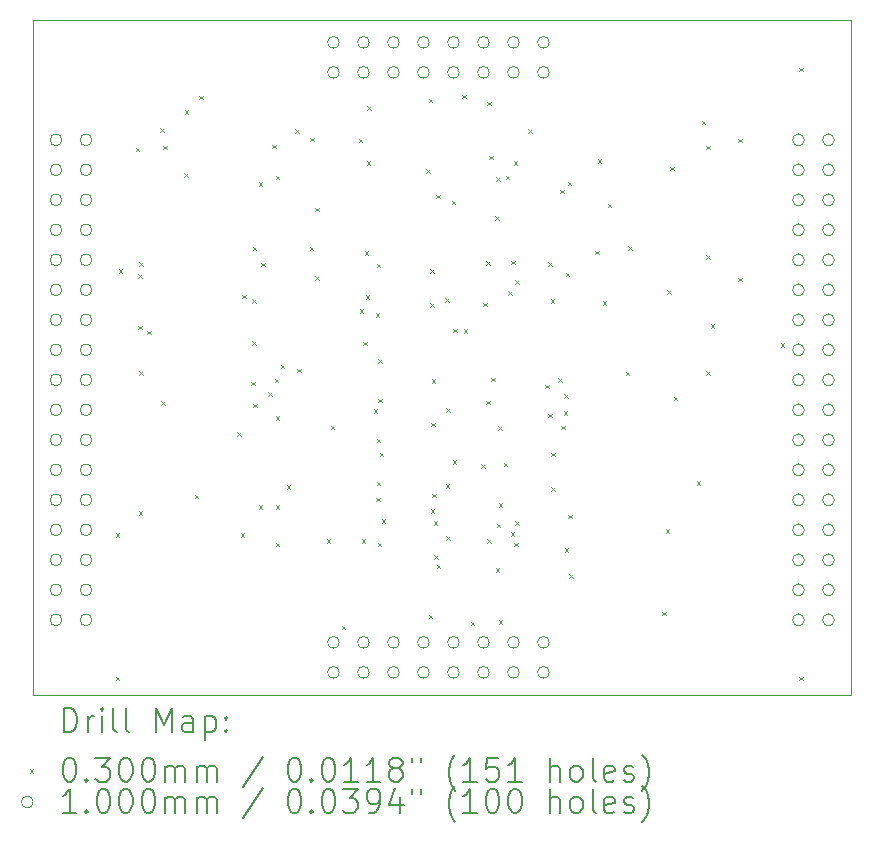
<source format=gbr>
%TF.GenerationSoftware,KiCad,Pcbnew,9.0.2*%
%TF.CreationDate,2025-05-17T19:37:23+02:00*%
%TF.ProjectId,ALU,414c552e-6b69-4636-9164-5f7063625858,rev?*%
%TF.SameCoordinates,Original*%
%TF.FileFunction,Drillmap*%
%TF.FilePolarity,Positive*%
%FSLAX45Y45*%
G04 Gerber Fmt 4.5, Leading zero omitted, Abs format (unit mm)*
G04 Created by KiCad (PCBNEW 9.0.2) date 2025-05-17 19:37:23*
%MOMM*%
%LPD*%
G01*
G04 APERTURE LIST*
%ADD10C,0.050000*%
%ADD11C,0.200000*%
%ADD12C,0.100000*%
G04 APERTURE END LIST*
D10*
X8255000Y-3873500D02*
X15176500Y-3873500D01*
X15176500Y-9588500D01*
X8255000Y-9588500D01*
X8255000Y-3873500D01*
D11*
D12*
X8953080Y-8221620D02*
X8983080Y-8251620D01*
X8983080Y-8221620D02*
X8953080Y-8251620D01*
X8953080Y-9434620D02*
X8983080Y-9464620D01*
X8983080Y-9434620D02*
X8953080Y-9464620D01*
X8976130Y-5985860D02*
X9006130Y-6015860D01*
X9006130Y-5985860D02*
X8976130Y-6015860D01*
X9121810Y-4957870D02*
X9151810Y-4987870D01*
X9151810Y-4957870D02*
X9121810Y-4987870D01*
X9141680Y-6027260D02*
X9171680Y-6057260D01*
X9171680Y-6027260D02*
X9141680Y-6057260D01*
X9142050Y-6463180D02*
X9172050Y-6493180D01*
X9172050Y-6463180D02*
X9142050Y-6493180D01*
X9144950Y-8032580D02*
X9174950Y-8062580D01*
X9174950Y-8032580D02*
X9144950Y-8062580D01*
X9151530Y-6848600D02*
X9181530Y-6878600D01*
X9181530Y-6848600D02*
X9151530Y-6878600D01*
X9151660Y-5926730D02*
X9181660Y-5956730D01*
X9181660Y-5926730D02*
X9151660Y-5956730D01*
X9216400Y-6507120D02*
X9246400Y-6537120D01*
X9246400Y-6507120D02*
X9216400Y-6537120D01*
X9326210Y-4790990D02*
X9356210Y-4820990D01*
X9356210Y-4790990D02*
X9326210Y-4820990D01*
X9335390Y-7102020D02*
X9365390Y-7132020D01*
X9365390Y-7102020D02*
X9335390Y-7132020D01*
X9354500Y-4938000D02*
X9384500Y-4968000D01*
X9384500Y-4938000D02*
X9354500Y-4968000D01*
X9531540Y-5172670D02*
X9561540Y-5202670D01*
X9561540Y-5172670D02*
X9531540Y-5202670D01*
X9535510Y-4640900D02*
X9565510Y-4670900D01*
X9565510Y-4640900D02*
X9535510Y-4670900D01*
X9620600Y-7893880D02*
X9650600Y-7923880D01*
X9650600Y-7893880D02*
X9620600Y-7923880D01*
X9657230Y-4514640D02*
X9687230Y-4544640D01*
X9687230Y-4514640D02*
X9657230Y-4544640D01*
X9979490Y-7366230D02*
X10009490Y-7396230D01*
X10009490Y-7366230D02*
X9979490Y-7396230D01*
X10010090Y-8218530D02*
X10040090Y-8248530D01*
X10040090Y-8218530D02*
X10010090Y-8248530D01*
X10021580Y-6202460D02*
X10051580Y-6232460D01*
X10051580Y-6202460D02*
X10021580Y-6232460D01*
X10096870Y-6937600D02*
X10126870Y-6967600D01*
X10126870Y-6937600D02*
X10096870Y-6967600D01*
X10107540Y-6596230D02*
X10137540Y-6626230D01*
X10137540Y-6596230D02*
X10107540Y-6626230D01*
X10107780Y-6238920D02*
X10137780Y-6268920D01*
X10137780Y-6238920D02*
X10107780Y-6268920D01*
X10110280Y-5794030D02*
X10140280Y-5824030D01*
X10140280Y-5794030D02*
X10110280Y-5824030D01*
X10115260Y-7124640D02*
X10145260Y-7154640D01*
X10145260Y-7124640D02*
X10115260Y-7154640D01*
X10160550Y-5247710D02*
X10190550Y-5277710D01*
X10190550Y-5247710D02*
X10160550Y-5277710D01*
X10162570Y-7984280D02*
X10192570Y-8014280D01*
X10192570Y-7984280D02*
X10162570Y-8014280D01*
X10182080Y-5928280D02*
X10212080Y-5958280D01*
X10212080Y-5928280D02*
X10182080Y-5958280D01*
X10244930Y-7027300D02*
X10274930Y-7057300D01*
X10274930Y-7027300D02*
X10244930Y-7057300D01*
X10275330Y-4930900D02*
X10305330Y-4960900D01*
X10305330Y-4930900D02*
X10275330Y-4960900D01*
X10297320Y-6912320D02*
X10327320Y-6942320D01*
X10327320Y-6912320D02*
X10297320Y-6942320D01*
X10306040Y-5195000D02*
X10336040Y-5225000D01*
X10336040Y-5195000D02*
X10306040Y-5225000D01*
X10306040Y-7229080D02*
X10336040Y-7259080D01*
X10336040Y-7229080D02*
X10306040Y-7259080D01*
X10306040Y-7985080D02*
X10336040Y-8015080D01*
X10336040Y-7985080D02*
X10306040Y-8015080D01*
X10306040Y-8298590D02*
X10336040Y-8328590D01*
X10336040Y-8298590D02*
X10306040Y-8328590D01*
X10350030Y-6791900D02*
X10380030Y-6821900D01*
X10380030Y-6791900D02*
X10350030Y-6821900D01*
X10399350Y-7815560D02*
X10429350Y-7845560D01*
X10429350Y-7815560D02*
X10399350Y-7845560D01*
X10470700Y-4799350D02*
X10500700Y-4829350D01*
X10500700Y-4799350D02*
X10470700Y-4829350D01*
X10489620Y-6828890D02*
X10519620Y-6858890D01*
X10519620Y-6828890D02*
X10489620Y-6858890D01*
X10593470Y-5794840D02*
X10623470Y-5824840D01*
X10623470Y-5794840D02*
X10593470Y-5824840D01*
X10595950Y-4872320D02*
X10625950Y-4902320D01*
X10625950Y-4872320D02*
X10595950Y-4902320D01*
X10639000Y-5464970D02*
X10669000Y-5494970D01*
X10669000Y-5464970D02*
X10639000Y-5494970D01*
X10640080Y-6044440D02*
X10670080Y-6074440D01*
X10670080Y-6044440D02*
X10640080Y-6074440D01*
X10738060Y-8270020D02*
X10768060Y-8300020D01*
X10768060Y-8270020D02*
X10738060Y-8300020D01*
X10771660Y-7311730D02*
X10801660Y-7341730D01*
X10801660Y-7311730D02*
X10771660Y-7341730D01*
X10864330Y-9001480D02*
X10894330Y-9031480D01*
X10894330Y-9001480D02*
X10864330Y-9031480D01*
X11010730Y-4879050D02*
X11040730Y-4909050D01*
X11040730Y-4879050D02*
X11010730Y-4909050D01*
X11016250Y-6325680D02*
X11046250Y-6355680D01*
X11046250Y-6325680D02*
X11016250Y-6355680D01*
X11035420Y-8270290D02*
X11065420Y-8300290D01*
X11065420Y-8270290D02*
X11035420Y-8300290D01*
X11047020Y-6598980D02*
X11077020Y-6628980D01*
X11077020Y-6598980D02*
X11047020Y-6628980D01*
X11061600Y-5830290D02*
X11091600Y-5860290D01*
X11091600Y-5830290D02*
X11061600Y-5860290D01*
X11067800Y-6205750D02*
X11097800Y-6235750D01*
X11097800Y-6205750D02*
X11067800Y-6235750D01*
X11076010Y-5071770D02*
X11106010Y-5101770D01*
X11106010Y-5071770D02*
X11076010Y-5101770D01*
X11082910Y-4603110D02*
X11112910Y-4633110D01*
X11112910Y-4603110D02*
X11082910Y-4633110D01*
X11137420Y-7168810D02*
X11167420Y-7198810D01*
X11167420Y-7168810D02*
X11137420Y-7198810D01*
X11151640Y-6355370D02*
X11181640Y-6385370D01*
X11181640Y-6355370D02*
X11151640Y-6385370D01*
X11155200Y-7919130D02*
X11185200Y-7949130D01*
X11185200Y-7919130D02*
X11155200Y-7949130D01*
X11159980Y-5939170D02*
X11189980Y-5969170D01*
X11189980Y-5939170D02*
X11159980Y-5969170D01*
X11162370Y-7782130D02*
X11192370Y-7812130D01*
X11192370Y-7782130D02*
X11162370Y-7812130D01*
X11162530Y-7419940D02*
X11192530Y-7449940D01*
X11192530Y-7419940D02*
X11162530Y-7449940D01*
X11171390Y-8300030D02*
X11201390Y-8330030D01*
X11201390Y-8300030D02*
X11171390Y-8330030D01*
X11172570Y-6748620D02*
X11202570Y-6778620D01*
X11202570Y-6748620D02*
X11172570Y-6778620D01*
X11172580Y-7079850D02*
X11202580Y-7109850D01*
X11202580Y-7079850D02*
X11172580Y-7109850D01*
X11185050Y-7540290D02*
X11215050Y-7570290D01*
X11215050Y-7540290D02*
X11185050Y-7570290D01*
X11205410Y-8100950D02*
X11235410Y-8130950D01*
X11235410Y-8100950D02*
X11205410Y-8130950D01*
X11582250Y-5137790D02*
X11612250Y-5167790D01*
X11612250Y-5137790D02*
X11582250Y-5167790D01*
X11599620Y-8910000D02*
X11629620Y-8940000D01*
X11629620Y-8910000D02*
X11599620Y-8940000D01*
X11603250Y-4542240D02*
X11633250Y-4572240D01*
X11633250Y-4542240D02*
X11603250Y-4572240D01*
X11616420Y-5983220D02*
X11646420Y-6013220D01*
X11646420Y-5983220D02*
X11616420Y-6013220D01*
X11616420Y-6270710D02*
X11646420Y-6300710D01*
X11646420Y-6270710D02*
X11616420Y-6300710D01*
X11619580Y-8015500D02*
X11649580Y-8045500D01*
X11649580Y-8015500D02*
X11619580Y-8045500D01*
X11621800Y-7284200D02*
X11651800Y-7314200D01*
X11651800Y-7284200D02*
X11621800Y-7314200D01*
X11627030Y-6917960D02*
X11657030Y-6947960D01*
X11657030Y-6917960D02*
X11627030Y-6947960D01*
X11633390Y-7885500D02*
X11663390Y-7915500D01*
X11663390Y-7885500D02*
X11633390Y-7915500D01*
X11645120Y-8120530D02*
X11675120Y-8150530D01*
X11675120Y-8120530D02*
X11645120Y-8150530D01*
X11648740Y-8404540D02*
X11678740Y-8434540D01*
X11678740Y-8404540D02*
X11648740Y-8434540D01*
X11665010Y-5354330D02*
X11695010Y-5384330D01*
X11695010Y-5354330D02*
X11665010Y-5384330D01*
X11669000Y-8487140D02*
X11699000Y-8517140D01*
X11699000Y-8487140D02*
X11669000Y-8517140D01*
X11743400Y-6231460D02*
X11773400Y-6261460D01*
X11773400Y-6231460D02*
X11743400Y-6261460D01*
X11747280Y-7806200D02*
X11777280Y-7836200D01*
X11777280Y-7806200D02*
X11747280Y-7836200D01*
X11748970Y-7162000D02*
X11778970Y-7192000D01*
X11778970Y-7162000D02*
X11748970Y-7192000D01*
X11750900Y-8243860D02*
X11780900Y-8273860D01*
X11780900Y-8243860D02*
X11750900Y-8273860D01*
X11796040Y-5404860D02*
X11826040Y-5434860D01*
X11826040Y-5404860D02*
X11796040Y-5434860D01*
X11803670Y-7601800D02*
X11833670Y-7631800D01*
X11833670Y-7601800D02*
X11803670Y-7631800D01*
X11807170Y-6487040D02*
X11837170Y-6517040D01*
X11837170Y-6487040D02*
X11807170Y-6517040D01*
X11885490Y-4506140D02*
X11915490Y-4536140D01*
X11915490Y-4506140D02*
X11885490Y-4536140D01*
X11897430Y-6493680D02*
X11927430Y-6523680D01*
X11927430Y-6493680D02*
X11897430Y-6523680D01*
X11957530Y-8969700D02*
X11987530Y-8999700D01*
X11987530Y-8969700D02*
X11957530Y-8999700D01*
X12043990Y-7635030D02*
X12073990Y-7665030D01*
X12073990Y-7635030D02*
X12043990Y-7665030D01*
X12063360Y-6268920D02*
X12093360Y-6298920D01*
X12093360Y-6268920D02*
X12063360Y-6298920D01*
X12086190Y-7099280D02*
X12116190Y-7129280D01*
X12116190Y-7099280D02*
X12086190Y-7129280D01*
X12090620Y-5917580D02*
X12120620Y-5947580D01*
X12120620Y-5917580D02*
X12090620Y-5947580D01*
X12095310Y-4565370D02*
X12125310Y-4595370D01*
X12125310Y-4565370D02*
X12095310Y-4595370D01*
X12095390Y-8273020D02*
X12125390Y-8303020D01*
X12125390Y-8273020D02*
X12095390Y-8303020D01*
X12112110Y-5024590D02*
X12142110Y-5054590D01*
X12142110Y-5024590D02*
X12112110Y-5054590D01*
X12130630Y-6902150D02*
X12160630Y-6932150D01*
X12160630Y-6902150D02*
X12130630Y-6932150D01*
X12163800Y-5535440D02*
X12193800Y-5565440D01*
X12193800Y-5535440D02*
X12163800Y-5565440D01*
X12167210Y-8514180D02*
X12197210Y-8544180D01*
X12197210Y-8514180D02*
X12167210Y-8544180D01*
X12172100Y-5207260D02*
X12202100Y-5237260D01*
X12202100Y-5207260D02*
X12172100Y-5237260D01*
X12177540Y-8140480D02*
X12207540Y-8170480D01*
X12207540Y-8140480D02*
X12177540Y-8170480D01*
X12187710Y-7312690D02*
X12217710Y-7342690D01*
X12217710Y-7312690D02*
X12187710Y-7342690D01*
X12193410Y-7963810D02*
X12223410Y-7993810D01*
X12223410Y-7963810D02*
X12193410Y-7993810D01*
X12195740Y-8957790D02*
X12225740Y-8987790D01*
X12225740Y-8957790D02*
X12195740Y-8987790D01*
X12234770Y-7623940D02*
X12264770Y-7653940D01*
X12264770Y-7623940D02*
X12234770Y-7653940D01*
X12252280Y-5191590D02*
X12282280Y-5221590D01*
X12282280Y-5191590D02*
X12252280Y-5221590D01*
X12274370Y-6171750D02*
X12304370Y-6201750D01*
X12304370Y-6171750D02*
X12274370Y-6201750D01*
X12297600Y-8211010D02*
X12327600Y-8241010D01*
X12327600Y-8211010D02*
X12297600Y-8241010D01*
X12301860Y-5914340D02*
X12331860Y-5944340D01*
X12331860Y-5914340D02*
X12301860Y-5944340D01*
X12322350Y-5069740D02*
X12352350Y-5099740D01*
X12352350Y-5069740D02*
X12322350Y-5099740D01*
X12325980Y-8302270D02*
X12355980Y-8332270D01*
X12355980Y-8302270D02*
X12325980Y-8332270D01*
X12334500Y-6076060D02*
X12364500Y-6106060D01*
X12364500Y-6076060D02*
X12334500Y-6106060D01*
X12335820Y-8119400D02*
X12365820Y-8149400D01*
X12365820Y-8119400D02*
X12335820Y-8149400D01*
X12443550Y-4799050D02*
X12473550Y-4829050D01*
X12473550Y-4799050D02*
X12443550Y-4829050D01*
X12588720Y-6961520D02*
X12618720Y-6991520D01*
X12618720Y-6961520D02*
X12588720Y-6991520D01*
X12613250Y-7208950D02*
X12643250Y-7238950D01*
X12643250Y-7208950D02*
X12613250Y-7238950D01*
X12614850Y-5925430D02*
X12644850Y-5955430D01*
X12644850Y-5925430D02*
X12614850Y-5955430D01*
X12635760Y-6236670D02*
X12665760Y-6266670D01*
X12665760Y-6236670D02*
X12635760Y-6266670D01*
X12637780Y-7537280D02*
X12667780Y-7567280D01*
X12667780Y-7537280D02*
X12637780Y-7567280D01*
X12638090Y-7829170D02*
X12668090Y-7859170D01*
X12668090Y-7829170D02*
X12638090Y-7859170D01*
X12696680Y-6907680D02*
X12726680Y-6937680D01*
X12726680Y-6907680D02*
X12696680Y-6937680D01*
X12713070Y-5310500D02*
X12743070Y-5340500D01*
X12743070Y-5310500D02*
X12713070Y-5340500D01*
X12723530Y-7311590D02*
X12753530Y-7341590D01*
X12753530Y-7311590D02*
X12723530Y-7341590D01*
X12743690Y-7189390D02*
X12773690Y-7219390D01*
X12773690Y-7189390D02*
X12743690Y-7219390D01*
X12749110Y-7044870D02*
X12779110Y-7074870D01*
X12779110Y-7044870D02*
X12749110Y-7074870D01*
X12754850Y-8345740D02*
X12784850Y-8375740D01*
X12784850Y-8345740D02*
X12754850Y-8375740D01*
X12761020Y-6016000D02*
X12791020Y-6046000D01*
X12791020Y-6016000D02*
X12761020Y-6046000D01*
X12780220Y-5242160D02*
X12810220Y-5272160D01*
X12810220Y-5242160D02*
X12780220Y-5272160D01*
X12781550Y-8064750D02*
X12811550Y-8094750D01*
X12811550Y-8064750D02*
X12781550Y-8094750D01*
X12792400Y-8568650D02*
X12822400Y-8598650D01*
X12822400Y-8568650D02*
X12792400Y-8598650D01*
X13010710Y-5828590D02*
X13040710Y-5858590D01*
X13040710Y-5828590D02*
X13010710Y-5858590D01*
X13033230Y-5053490D02*
X13063230Y-5083490D01*
X13063230Y-5053490D02*
X13033230Y-5083490D01*
X13074330Y-6254070D02*
X13104330Y-6284070D01*
X13104330Y-6254070D02*
X13074330Y-6284070D01*
X13115620Y-5428630D02*
X13145620Y-5458630D01*
X13145620Y-5428630D02*
X13115620Y-5458630D01*
X13269370Y-6854390D02*
X13299370Y-6884390D01*
X13299370Y-6854390D02*
X13269370Y-6884390D01*
X13291530Y-5790180D02*
X13321530Y-5820180D01*
X13321530Y-5790180D02*
X13291530Y-5820180D01*
X13580760Y-8886120D02*
X13610760Y-8916120D01*
X13610760Y-8886120D02*
X13580760Y-8916120D01*
X13609570Y-8184300D02*
X13639570Y-8214300D01*
X13639570Y-8184300D02*
X13609570Y-8214300D01*
X13618580Y-6164440D02*
X13648580Y-6194440D01*
X13648580Y-6164440D02*
X13618580Y-6194440D01*
X13645570Y-5116280D02*
X13675570Y-5146280D01*
X13675570Y-5116280D02*
X13645570Y-5146280D01*
X13677160Y-7064240D02*
X13707160Y-7094240D01*
X13707160Y-7064240D02*
X13677160Y-7094240D01*
X13870020Y-7779740D02*
X13900020Y-7809740D01*
X13900020Y-7779740D02*
X13870020Y-7809740D01*
X13914000Y-4729040D02*
X13944000Y-4759040D01*
X13944000Y-4729040D02*
X13914000Y-4759040D01*
X13948820Y-4938000D02*
X13978820Y-4968000D01*
X13978820Y-4938000D02*
X13948820Y-4968000D01*
X13948820Y-5868120D02*
X13978820Y-5898120D01*
X13978820Y-5868120D02*
X13948820Y-5898120D01*
X13950250Y-6849190D02*
X13980250Y-6879190D01*
X13980250Y-6849190D02*
X13950250Y-6879190D01*
X13987430Y-6448800D02*
X14017430Y-6478800D01*
X14017430Y-6448800D02*
X13987430Y-6478800D01*
X14220440Y-4878330D02*
X14250440Y-4908330D01*
X14250440Y-4878330D02*
X14220440Y-4908330D01*
X14220440Y-6055580D02*
X14250440Y-6085580D01*
X14250440Y-6055580D02*
X14220440Y-6085580D01*
X14580660Y-6609540D02*
X14610660Y-6639540D01*
X14610660Y-6609540D02*
X14580660Y-6639540D01*
X14737680Y-4278620D02*
X14767680Y-4308620D01*
X14767680Y-4278620D02*
X14737680Y-4308620D01*
X14737680Y-9434620D02*
X14767680Y-9464620D01*
X14767680Y-9434620D02*
X14737680Y-9464620D01*
X8495500Y-4889500D02*
G75*
G02*
X8395500Y-4889500I-50000J0D01*
G01*
X8395500Y-4889500D02*
G75*
G02*
X8495500Y-4889500I50000J0D01*
G01*
X8495500Y-5143500D02*
G75*
G02*
X8395500Y-5143500I-50000J0D01*
G01*
X8395500Y-5143500D02*
G75*
G02*
X8495500Y-5143500I50000J0D01*
G01*
X8495500Y-5397500D02*
G75*
G02*
X8395500Y-5397500I-50000J0D01*
G01*
X8395500Y-5397500D02*
G75*
G02*
X8495500Y-5397500I50000J0D01*
G01*
X8495500Y-5651500D02*
G75*
G02*
X8395500Y-5651500I-50000J0D01*
G01*
X8395500Y-5651500D02*
G75*
G02*
X8495500Y-5651500I50000J0D01*
G01*
X8495500Y-5905500D02*
G75*
G02*
X8395500Y-5905500I-50000J0D01*
G01*
X8395500Y-5905500D02*
G75*
G02*
X8495500Y-5905500I50000J0D01*
G01*
X8495500Y-6159500D02*
G75*
G02*
X8395500Y-6159500I-50000J0D01*
G01*
X8395500Y-6159500D02*
G75*
G02*
X8495500Y-6159500I50000J0D01*
G01*
X8495500Y-6413500D02*
G75*
G02*
X8395500Y-6413500I-50000J0D01*
G01*
X8395500Y-6413500D02*
G75*
G02*
X8495500Y-6413500I50000J0D01*
G01*
X8495500Y-6667500D02*
G75*
G02*
X8395500Y-6667500I-50000J0D01*
G01*
X8395500Y-6667500D02*
G75*
G02*
X8495500Y-6667500I50000J0D01*
G01*
X8495500Y-6921500D02*
G75*
G02*
X8395500Y-6921500I-50000J0D01*
G01*
X8395500Y-6921500D02*
G75*
G02*
X8495500Y-6921500I50000J0D01*
G01*
X8495500Y-7175500D02*
G75*
G02*
X8395500Y-7175500I-50000J0D01*
G01*
X8395500Y-7175500D02*
G75*
G02*
X8495500Y-7175500I50000J0D01*
G01*
X8495500Y-7429500D02*
G75*
G02*
X8395500Y-7429500I-50000J0D01*
G01*
X8395500Y-7429500D02*
G75*
G02*
X8495500Y-7429500I50000J0D01*
G01*
X8495500Y-7683500D02*
G75*
G02*
X8395500Y-7683500I-50000J0D01*
G01*
X8395500Y-7683500D02*
G75*
G02*
X8495500Y-7683500I50000J0D01*
G01*
X8495500Y-7937500D02*
G75*
G02*
X8395500Y-7937500I-50000J0D01*
G01*
X8395500Y-7937500D02*
G75*
G02*
X8495500Y-7937500I50000J0D01*
G01*
X8495500Y-8191500D02*
G75*
G02*
X8395500Y-8191500I-50000J0D01*
G01*
X8395500Y-8191500D02*
G75*
G02*
X8495500Y-8191500I50000J0D01*
G01*
X8495500Y-8445500D02*
G75*
G02*
X8395500Y-8445500I-50000J0D01*
G01*
X8395500Y-8445500D02*
G75*
G02*
X8495500Y-8445500I50000J0D01*
G01*
X8495500Y-8699500D02*
G75*
G02*
X8395500Y-8699500I-50000J0D01*
G01*
X8395500Y-8699500D02*
G75*
G02*
X8495500Y-8699500I50000J0D01*
G01*
X8495500Y-8953500D02*
G75*
G02*
X8395500Y-8953500I-50000J0D01*
G01*
X8395500Y-8953500D02*
G75*
G02*
X8495500Y-8953500I50000J0D01*
G01*
X8749500Y-4889500D02*
G75*
G02*
X8649500Y-4889500I-50000J0D01*
G01*
X8649500Y-4889500D02*
G75*
G02*
X8749500Y-4889500I50000J0D01*
G01*
X8749500Y-5143500D02*
G75*
G02*
X8649500Y-5143500I-50000J0D01*
G01*
X8649500Y-5143500D02*
G75*
G02*
X8749500Y-5143500I50000J0D01*
G01*
X8749500Y-5397500D02*
G75*
G02*
X8649500Y-5397500I-50000J0D01*
G01*
X8649500Y-5397500D02*
G75*
G02*
X8749500Y-5397500I50000J0D01*
G01*
X8749500Y-5651500D02*
G75*
G02*
X8649500Y-5651500I-50000J0D01*
G01*
X8649500Y-5651500D02*
G75*
G02*
X8749500Y-5651500I50000J0D01*
G01*
X8749500Y-5905500D02*
G75*
G02*
X8649500Y-5905500I-50000J0D01*
G01*
X8649500Y-5905500D02*
G75*
G02*
X8749500Y-5905500I50000J0D01*
G01*
X8749500Y-6159500D02*
G75*
G02*
X8649500Y-6159500I-50000J0D01*
G01*
X8649500Y-6159500D02*
G75*
G02*
X8749500Y-6159500I50000J0D01*
G01*
X8749500Y-6413500D02*
G75*
G02*
X8649500Y-6413500I-50000J0D01*
G01*
X8649500Y-6413500D02*
G75*
G02*
X8749500Y-6413500I50000J0D01*
G01*
X8749500Y-6667500D02*
G75*
G02*
X8649500Y-6667500I-50000J0D01*
G01*
X8649500Y-6667500D02*
G75*
G02*
X8749500Y-6667500I50000J0D01*
G01*
X8749500Y-6921500D02*
G75*
G02*
X8649500Y-6921500I-50000J0D01*
G01*
X8649500Y-6921500D02*
G75*
G02*
X8749500Y-6921500I50000J0D01*
G01*
X8749500Y-7175500D02*
G75*
G02*
X8649500Y-7175500I-50000J0D01*
G01*
X8649500Y-7175500D02*
G75*
G02*
X8749500Y-7175500I50000J0D01*
G01*
X8749500Y-7429500D02*
G75*
G02*
X8649500Y-7429500I-50000J0D01*
G01*
X8649500Y-7429500D02*
G75*
G02*
X8749500Y-7429500I50000J0D01*
G01*
X8749500Y-7683500D02*
G75*
G02*
X8649500Y-7683500I-50000J0D01*
G01*
X8649500Y-7683500D02*
G75*
G02*
X8749500Y-7683500I50000J0D01*
G01*
X8749500Y-7937500D02*
G75*
G02*
X8649500Y-7937500I-50000J0D01*
G01*
X8649500Y-7937500D02*
G75*
G02*
X8749500Y-7937500I50000J0D01*
G01*
X8749500Y-8191500D02*
G75*
G02*
X8649500Y-8191500I-50000J0D01*
G01*
X8649500Y-8191500D02*
G75*
G02*
X8749500Y-8191500I50000J0D01*
G01*
X8749500Y-8445500D02*
G75*
G02*
X8649500Y-8445500I-50000J0D01*
G01*
X8649500Y-8445500D02*
G75*
G02*
X8749500Y-8445500I50000J0D01*
G01*
X8749500Y-8699500D02*
G75*
G02*
X8649500Y-8699500I-50000J0D01*
G01*
X8649500Y-8699500D02*
G75*
G02*
X8749500Y-8699500I50000J0D01*
G01*
X8749500Y-8953500D02*
G75*
G02*
X8649500Y-8953500I-50000J0D01*
G01*
X8649500Y-8953500D02*
G75*
G02*
X8749500Y-8953500I50000J0D01*
G01*
X10845000Y-4064500D02*
G75*
G02*
X10745000Y-4064500I-50000J0D01*
G01*
X10745000Y-4064500D02*
G75*
G02*
X10845000Y-4064500I50000J0D01*
G01*
X10845000Y-4318500D02*
G75*
G02*
X10745000Y-4318500I-50000J0D01*
G01*
X10745000Y-4318500D02*
G75*
G02*
X10845000Y-4318500I50000J0D01*
G01*
X10845000Y-9144500D02*
G75*
G02*
X10745000Y-9144500I-50000J0D01*
G01*
X10745000Y-9144500D02*
G75*
G02*
X10845000Y-9144500I50000J0D01*
G01*
X10845000Y-9398500D02*
G75*
G02*
X10745000Y-9398500I-50000J0D01*
G01*
X10745000Y-9398500D02*
G75*
G02*
X10845000Y-9398500I50000J0D01*
G01*
X11099000Y-4064500D02*
G75*
G02*
X10999000Y-4064500I-50000J0D01*
G01*
X10999000Y-4064500D02*
G75*
G02*
X11099000Y-4064500I50000J0D01*
G01*
X11099000Y-4318500D02*
G75*
G02*
X10999000Y-4318500I-50000J0D01*
G01*
X10999000Y-4318500D02*
G75*
G02*
X11099000Y-4318500I50000J0D01*
G01*
X11099000Y-9144500D02*
G75*
G02*
X10999000Y-9144500I-50000J0D01*
G01*
X10999000Y-9144500D02*
G75*
G02*
X11099000Y-9144500I50000J0D01*
G01*
X11099000Y-9398500D02*
G75*
G02*
X10999000Y-9398500I-50000J0D01*
G01*
X10999000Y-9398500D02*
G75*
G02*
X11099000Y-9398500I50000J0D01*
G01*
X11353000Y-4064500D02*
G75*
G02*
X11253000Y-4064500I-50000J0D01*
G01*
X11253000Y-4064500D02*
G75*
G02*
X11353000Y-4064500I50000J0D01*
G01*
X11353000Y-4318500D02*
G75*
G02*
X11253000Y-4318500I-50000J0D01*
G01*
X11253000Y-4318500D02*
G75*
G02*
X11353000Y-4318500I50000J0D01*
G01*
X11353000Y-9144500D02*
G75*
G02*
X11253000Y-9144500I-50000J0D01*
G01*
X11253000Y-9144500D02*
G75*
G02*
X11353000Y-9144500I50000J0D01*
G01*
X11353000Y-9398500D02*
G75*
G02*
X11253000Y-9398500I-50000J0D01*
G01*
X11253000Y-9398500D02*
G75*
G02*
X11353000Y-9398500I50000J0D01*
G01*
X11607000Y-4064500D02*
G75*
G02*
X11507000Y-4064500I-50000J0D01*
G01*
X11507000Y-4064500D02*
G75*
G02*
X11607000Y-4064500I50000J0D01*
G01*
X11607000Y-4318500D02*
G75*
G02*
X11507000Y-4318500I-50000J0D01*
G01*
X11507000Y-4318500D02*
G75*
G02*
X11607000Y-4318500I50000J0D01*
G01*
X11607000Y-9144500D02*
G75*
G02*
X11507000Y-9144500I-50000J0D01*
G01*
X11507000Y-9144500D02*
G75*
G02*
X11607000Y-9144500I50000J0D01*
G01*
X11607000Y-9398500D02*
G75*
G02*
X11507000Y-9398500I-50000J0D01*
G01*
X11507000Y-9398500D02*
G75*
G02*
X11607000Y-9398500I50000J0D01*
G01*
X11861000Y-4064500D02*
G75*
G02*
X11761000Y-4064500I-50000J0D01*
G01*
X11761000Y-4064500D02*
G75*
G02*
X11861000Y-4064500I50000J0D01*
G01*
X11861000Y-4318500D02*
G75*
G02*
X11761000Y-4318500I-50000J0D01*
G01*
X11761000Y-4318500D02*
G75*
G02*
X11861000Y-4318500I50000J0D01*
G01*
X11861000Y-9144500D02*
G75*
G02*
X11761000Y-9144500I-50000J0D01*
G01*
X11761000Y-9144500D02*
G75*
G02*
X11861000Y-9144500I50000J0D01*
G01*
X11861000Y-9398500D02*
G75*
G02*
X11761000Y-9398500I-50000J0D01*
G01*
X11761000Y-9398500D02*
G75*
G02*
X11861000Y-9398500I50000J0D01*
G01*
X12115000Y-4064500D02*
G75*
G02*
X12015000Y-4064500I-50000J0D01*
G01*
X12015000Y-4064500D02*
G75*
G02*
X12115000Y-4064500I50000J0D01*
G01*
X12115000Y-4318500D02*
G75*
G02*
X12015000Y-4318500I-50000J0D01*
G01*
X12015000Y-4318500D02*
G75*
G02*
X12115000Y-4318500I50000J0D01*
G01*
X12115000Y-9144500D02*
G75*
G02*
X12015000Y-9144500I-50000J0D01*
G01*
X12015000Y-9144500D02*
G75*
G02*
X12115000Y-9144500I50000J0D01*
G01*
X12115000Y-9398500D02*
G75*
G02*
X12015000Y-9398500I-50000J0D01*
G01*
X12015000Y-9398500D02*
G75*
G02*
X12115000Y-9398500I50000J0D01*
G01*
X12369000Y-4064500D02*
G75*
G02*
X12269000Y-4064500I-50000J0D01*
G01*
X12269000Y-4064500D02*
G75*
G02*
X12369000Y-4064500I50000J0D01*
G01*
X12369000Y-4318500D02*
G75*
G02*
X12269000Y-4318500I-50000J0D01*
G01*
X12269000Y-4318500D02*
G75*
G02*
X12369000Y-4318500I50000J0D01*
G01*
X12369000Y-9144500D02*
G75*
G02*
X12269000Y-9144500I-50000J0D01*
G01*
X12269000Y-9144500D02*
G75*
G02*
X12369000Y-9144500I50000J0D01*
G01*
X12369000Y-9398500D02*
G75*
G02*
X12269000Y-9398500I-50000J0D01*
G01*
X12269000Y-9398500D02*
G75*
G02*
X12369000Y-9398500I50000J0D01*
G01*
X12623000Y-4064500D02*
G75*
G02*
X12523000Y-4064500I-50000J0D01*
G01*
X12523000Y-4064500D02*
G75*
G02*
X12623000Y-4064500I50000J0D01*
G01*
X12623000Y-4318500D02*
G75*
G02*
X12523000Y-4318500I-50000J0D01*
G01*
X12523000Y-4318500D02*
G75*
G02*
X12623000Y-4318500I50000J0D01*
G01*
X12623000Y-9144500D02*
G75*
G02*
X12523000Y-9144500I-50000J0D01*
G01*
X12523000Y-9144500D02*
G75*
G02*
X12623000Y-9144500I50000J0D01*
G01*
X12623000Y-9398500D02*
G75*
G02*
X12523000Y-9398500I-50000J0D01*
G01*
X12523000Y-9398500D02*
G75*
G02*
X12623000Y-9398500I50000J0D01*
G01*
X14782000Y-4889500D02*
G75*
G02*
X14682000Y-4889500I-50000J0D01*
G01*
X14682000Y-4889500D02*
G75*
G02*
X14782000Y-4889500I50000J0D01*
G01*
X14782000Y-5143500D02*
G75*
G02*
X14682000Y-5143500I-50000J0D01*
G01*
X14682000Y-5143500D02*
G75*
G02*
X14782000Y-5143500I50000J0D01*
G01*
X14782000Y-5397500D02*
G75*
G02*
X14682000Y-5397500I-50000J0D01*
G01*
X14682000Y-5397500D02*
G75*
G02*
X14782000Y-5397500I50000J0D01*
G01*
X14782000Y-5651500D02*
G75*
G02*
X14682000Y-5651500I-50000J0D01*
G01*
X14682000Y-5651500D02*
G75*
G02*
X14782000Y-5651500I50000J0D01*
G01*
X14782000Y-5905500D02*
G75*
G02*
X14682000Y-5905500I-50000J0D01*
G01*
X14682000Y-5905500D02*
G75*
G02*
X14782000Y-5905500I50000J0D01*
G01*
X14782000Y-6159500D02*
G75*
G02*
X14682000Y-6159500I-50000J0D01*
G01*
X14682000Y-6159500D02*
G75*
G02*
X14782000Y-6159500I50000J0D01*
G01*
X14782000Y-6413500D02*
G75*
G02*
X14682000Y-6413500I-50000J0D01*
G01*
X14682000Y-6413500D02*
G75*
G02*
X14782000Y-6413500I50000J0D01*
G01*
X14782000Y-6667500D02*
G75*
G02*
X14682000Y-6667500I-50000J0D01*
G01*
X14682000Y-6667500D02*
G75*
G02*
X14782000Y-6667500I50000J0D01*
G01*
X14782000Y-6921500D02*
G75*
G02*
X14682000Y-6921500I-50000J0D01*
G01*
X14682000Y-6921500D02*
G75*
G02*
X14782000Y-6921500I50000J0D01*
G01*
X14782000Y-7175500D02*
G75*
G02*
X14682000Y-7175500I-50000J0D01*
G01*
X14682000Y-7175500D02*
G75*
G02*
X14782000Y-7175500I50000J0D01*
G01*
X14782000Y-7429500D02*
G75*
G02*
X14682000Y-7429500I-50000J0D01*
G01*
X14682000Y-7429500D02*
G75*
G02*
X14782000Y-7429500I50000J0D01*
G01*
X14782000Y-7683500D02*
G75*
G02*
X14682000Y-7683500I-50000J0D01*
G01*
X14682000Y-7683500D02*
G75*
G02*
X14782000Y-7683500I50000J0D01*
G01*
X14782000Y-7937500D02*
G75*
G02*
X14682000Y-7937500I-50000J0D01*
G01*
X14682000Y-7937500D02*
G75*
G02*
X14782000Y-7937500I50000J0D01*
G01*
X14782000Y-8191500D02*
G75*
G02*
X14682000Y-8191500I-50000J0D01*
G01*
X14682000Y-8191500D02*
G75*
G02*
X14782000Y-8191500I50000J0D01*
G01*
X14782000Y-8445500D02*
G75*
G02*
X14682000Y-8445500I-50000J0D01*
G01*
X14682000Y-8445500D02*
G75*
G02*
X14782000Y-8445500I50000J0D01*
G01*
X14782000Y-8699500D02*
G75*
G02*
X14682000Y-8699500I-50000J0D01*
G01*
X14682000Y-8699500D02*
G75*
G02*
X14782000Y-8699500I50000J0D01*
G01*
X14782000Y-8953500D02*
G75*
G02*
X14682000Y-8953500I-50000J0D01*
G01*
X14682000Y-8953500D02*
G75*
G02*
X14782000Y-8953500I50000J0D01*
G01*
X15036000Y-4889500D02*
G75*
G02*
X14936000Y-4889500I-50000J0D01*
G01*
X14936000Y-4889500D02*
G75*
G02*
X15036000Y-4889500I50000J0D01*
G01*
X15036000Y-5143500D02*
G75*
G02*
X14936000Y-5143500I-50000J0D01*
G01*
X14936000Y-5143500D02*
G75*
G02*
X15036000Y-5143500I50000J0D01*
G01*
X15036000Y-5397500D02*
G75*
G02*
X14936000Y-5397500I-50000J0D01*
G01*
X14936000Y-5397500D02*
G75*
G02*
X15036000Y-5397500I50000J0D01*
G01*
X15036000Y-5651500D02*
G75*
G02*
X14936000Y-5651500I-50000J0D01*
G01*
X14936000Y-5651500D02*
G75*
G02*
X15036000Y-5651500I50000J0D01*
G01*
X15036000Y-5905500D02*
G75*
G02*
X14936000Y-5905500I-50000J0D01*
G01*
X14936000Y-5905500D02*
G75*
G02*
X15036000Y-5905500I50000J0D01*
G01*
X15036000Y-6159500D02*
G75*
G02*
X14936000Y-6159500I-50000J0D01*
G01*
X14936000Y-6159500D02*
G75*
G02*
X15036000Y-6159500I50000J0D01*
G01*
X15036000Y-6413500D02*
G75*
G02*
X14936000Y-6413500I-50000J0D01*
G01*
X14936000Y-6413500D02*
G75*
G02*
X15036000Y-6413500I50000J0D01*
G01*
X15036000Y-6667500D02*
G75*
G02*
X14936000Y-6667500I-50000J0D01*
G01*
X14936000Y-6667500D02*
G75*
G02*
X15036000Y-6667500I50000J0D01*
G01*
X15036000Y-6921500D02*
G75*
G02*
X14936000Y-6921500I-50000J0D01*
G01*
X14936000Y-6921500D02*
G75*
G02*
X15036000Y-6921500I50000J0D01*
G01*
X15036000Y-7175500D02*
G75*
G02*
X14936000Y-7175500I-50000J0D01*
G01*
X14936000Y-7175500D02*
G75*
G02*
X15036000Y-7175500I50000J0D01*
G01*
X15036000Y-7429500D02*
G75*
G02*
X14936000Y-7429500I-50000J0D01*
G01*
X14936000Y-7429500D02*
G75*
G02*
X15036000Y-7429500I50000J0D01*
G01*
X15036000Y-7683500D02*
G75*
G02*
X14936000Y-7683500I-50000J0D01*
G01*
X14936000Y-7683500D02*
G75*
G02*
X15036000Y-7683500I50000J0D01*
G01*
X15036000Y-7937500D02*
G75*
G02*
X14936000Y-7937500I-50000J0D01*
G01*
X14936000Y-7937500D02*
G75*
G02*
X15036000Y-7937500I50000J0D01*
G01*
X15036000Y-8191500D02*
G75*
G02*
X14936000Y-8191500I-50000J0D01*
G01*
X14936000Y-8191500D02*
G75*
G02*
X15036000Y-8191500I50000J0D01*
G01*
X15036000Y-8445500D02*
G75*
G02*
X14936000Y-8445500I-50000J0D01*
G01*
X14936000Y-8445500D02*
G75*
G02*
X15036000Y-8445500I50000J0D01*
G01*
X15036000Y-8699500D02*
G75*
G02*
X14936000Y-8699500I-50000J0D01*
G01*
X14936000Y-8699500D02*
G75*
G02*
X15036000Y-8699500I50000J0D01*
G01*
X15036000Y-8953500D02*
G75*
G02*
X14936000Y-8953500I-50000J0D01*
G01*
X14936000Y-8953500D02*
G75*
G02*
X15036000Y-8953500I50000J0D01*
G01*
D11*
X8513277Y-9902484D02*
X8513277Y-9702484D01*
X8513277Y-9702484D02*
X8560896Y-9702484D01*
X8560896Y-9702484D02*
X8589467Y-9712008D01*
X8589467Y-9712008D02*
X8608515Y-9731055D01*
X8608515Y-9731055D02*
X8618039Y-9750103D01*
X8618039Y-9750103D02*
X8627563Y-9788198D01*
X8627563Y-9788198D02*
X8627563Y-9816770D01*
X8627563Y-9816770D02*
X8618039Y-9854865D01*
X8618039Y-9854865D02*
X8608515Y-9873912D01*
X8608515Y-9873912D02*
X8589467Y-9892960D01*
X8589467Y-9892960D02*
X8560896Y-9902484D01*
X8560896Y-9902484D02*
X8513277Y-9902484D01*
X8713277Y-9902484D02*
X8713277Y-9769150D01*
X8713277Y-9807246D02*
X8722801Y-9788198D01*
X8722801Y-9788198D02*
X8732324Y-9778674D01*
X8732324Y-9778674D02*
X8751372Y-9769150D01*
X8751372Y-9769150D02*
X8770420Y-9769150D01*
X8837086Y-9902484D02*
X8837086Y-9769150D01*
X8837086Y-9702484D02*
X8827563Y-9712008D01*
X8827563Y-9712008D02*
X8837086Y-9721531D01*
X8837086Y-9721531D02*
X8846610Y-9712008D01*
X8846610Y-9712008D02*
X8837086Y-9702484D01*
X8837086Y-9702484D02*
X8837086Y-9721531D01*
X8960896Y-9902484D02*
X8941848Y-9892960D01*
X8941848Y-9892960D02*
X8932324Y-9873912D01*
X8932324Y-9873912D02*
X8932324Y-9702484D01*
X9065658Y-9902484D02*
X9046610Y-9892960D01*
X9046610Y-9892960D02*
X9037086Y-9873912D01*
X9037086Y-9873912D02*
X9037086Y-9702484D01*
X9294229Y-9902484D02*
X9294229Y-9702484D01*
X9294229Y-9702484D02*
X9360896Y-9845341D01*
X9360896Y-9845341D02*
X9427563Y-9702484D01*
X9427563Y-9702484D02*
X9427563Y-9902484D01*
X9608515Y-9902484D02*
X9608515Y-9797722D01*
X9608515Y-9797722D02*
X9598991Y-9778674D01*
X9598991Y-9778674D02*
X9579944Y-9769150D01*
X9579944Y-9769150D02*
X9541848Y-9769150D01*
X9541848Y-9769150D02*
X9522801Y-9778674D01*
X9608515Y-9892960D02*
X9589467Y-9902484D01*
X9589467Y-9902484D02*
X9541848Y-9902484D01*
X9541848Y-9902484D02*
X9522801Y-9892960D01*
X9522801Y-9892960D02*
X9513277Y-9873912D01*
X9513277Y-9873912D02*
X9513277Y-9854865D01*
X9513277Y-9854865D02*
X9522801Y-9835817D01*
X9522801Y-9835817D02*
X9541848Y-9826293D01*
X9541848Y-9826293D02*
X9589467Y-9826293D01*
X9589467Y-9826293D02*
X9608515Y-9816770D01*
X9703753Y-9769150D02*
X9703753Y-9969150D01*
X9703753Y-9778674D02*
X9722801Y-9769150D01*
X9722801Y-9769150D02*
X9760896Y-9769150D01*
X9760896Y-9769150D02*
X9779944Y-9778674D01*
X9779944Y-9778674D02*
X9789467Y-9788198D01*
X9789467Y-9788198D02*
X9798991Y-9807246D01*
X9798991Y-9807246D02*
X9798991Y-9864389D01*
X9798991Y-9864389D02*
X9789467Y-9883436D01*
X9789467Y-9883436D02*
X9779944Y-9892960D01*
X9779944Y-9892960D02*
X9760896Y-9902484D01*
X9760896Y-9902484D02*
X9722801Y-9902484D01*
X9722801Y-9902484D02*
X9703753Y-9892960D01*
X9884705Y-9883436D02*
X9894229Y-9892960D01*
X9894229Y-9892960D02*
X9884705Y-9902484D01*
X9884705Y-9902484D02*
X9875182Y-9892960D01*
X9875182Y-9892960D02*
X9884705Y-9883436D01*
X9884705Y-9883436D02*
X9884705Y-9902484D01*
X9884705Y-9778674D02*
X9894229Y-9788198D01*
X9894229Y-9788198D02*
X9884705Y-9797722D01*
X9884705Y-9797722D02*
X9875182Y-9788198D01*
X9875182Y-9788198D02*
X9884705Y-9778674D01*
X9884705Y-9778674D02*
X9884705Y-9797722D01*
D12*
X8222500Y-10216000D02*
X8252500Y-10246000D01*
X8252500Y-10216000D02*
X8222500Y-10246000D01*
D11*
X8551372Y-10122484D02*
X8570420Y-10122484D01*
X8570420Y-10122484D02*
X8589467Y-10132008D01*
X8589467Y-10132008D02*
X8598991Y-10141531D01*
X8598991Y-10141531D02*
X8608515Y-10160579D01*
X8608515Y-10160579D02*
X8618039Y-10198674D01*
X8618039Y-10198674D02*
X8618039Y-10246293D01*
X8618039Y-10246293D02*
X8608515Y-10284389D01*
X8608515Y-10284389D02*
X8598991Y-10303436D01*
X8598991Y-10303436D02*
X8589467Y-10312960D01*
X8589467Y-10312960D02*
X8570420Y-10322484D01*
X8570420Y-10322484D02*
X8551372Y-10322484D01*
X8551372Y-10322484D02*
X8532324Y-10312960D01*
X8532324Y-10312960D02*
X8522801Y-10303436D01*
X8522801Y-10303436D02*
X8513277Y-10284389D01*
X8513277Y-10284389D02*
X8503753Y-10246293D01*
X8503753Y-10246293D02*
X8503753Y-10198674D01*
X8503753Y-10198674D02*
X8513277Y-10160579D01*
X8513277Y-10160579D02*
X8522801Y-10141531D01*
X8522801Y-10141531D02*
X8532324Y-10132008D01*
X8532324Y-10132008D02*
X8551372Y-10122484D01*
X8703753Y-10303436D02*
X8713277Y-10312960D01*
X8713277Y-10312960D02*
X8703753Y-10322484D01*
X8703753Y-10322484D02*
X8694229Y-10312960D01*
X8694229Y-10312960D02*
X8703753Y-10303436D01*
X8703753Y-10303436D02*
X8703753Y-10322484D01*
X8779944Y-10122484D02*
X8903753Y-10122484D01*
X8903753Y-10122484D02*
X8837086Y-10198674D01*
X8837086Y-10198674D02*
X8865658Y-10198674D01*
X8865658Y-10198674D02*
X8884705Y-10208198D01*
X8884705Y-10208198D02*
X8894229Y-10217722D01*
X8894229Y-10217722D02*
X8903753Y-10236770D01*
X8903753Y-10236770D02*
X8903753Y-10284389D01*
X8903753Y-10284389D02*
X8894229Y-10303436D01*
X8894229Y-10303436D02*
X8884705Y-10312960D01*
X8884705Y-10312960D02*
X8865658Y-10322484D01*
X8865658Y-10322484D02*
X8808515Y-10322484D01*
X8808515Y-10322484D02*
X8789467Y-10312960D01*
X8789467Y-10312960D02*
X8779944Y-10303436D01*
X9027563Y-10122484D02*
X9046610Y-10122484D01*
X9046610Y-10122484D02*
X9065658Y-10132008D01*
X9065658Y-10132008D02*
X9075182Y-10141531D01*
X9075182Y-10141531D02*
X9084705Y-10160579D01*
X9084705Y-10160579D02*
X9094229Y-10198674D01*
X9094229Y-10198674D02*
X9094229Y-10246293D01*
X9094229Y-10246293D02*
X9084705Y-10284389D01*
X9084705Y-10284389D02*
X9075182Y-10303436D01*
X9075182Y-10303436D02*
X9065658Y-10312960D01*
X9065658Y-10312960D02*
X9046610Y-10322484D01*
X9046610Y-10322484D02*
X9027563Y-10322484D01*
X9027563Y-10322484D02*
X9008515Y-10312960D01*
X9008515Y-10312960D02*
X8998991Y-10303436D01*
X8998991Y-10303436D02*
X8989467Y-10284389D01*
X8989467Y-10284389D02*
X8979944Y-10246293D01*
X8979944Y-10246293D02*
X8979944Y-10198674D01*
X8979944Y-10198674D02*
X8989467Y-10160579D01*
X8989467Y-10160579D02*
X8998991Y-10141531D01*
X8998991Y-10141531D02*
X9008515Y-10132008D01*
X9008515Y-10132008D02*
X9027563Y-10122484D01*
X9218039Y-10122484D02*
X9237086Y-10122484D01*
X9237086Y-10122484D02*
X9256134Y-10132008D01*
X9256134Y-10132008D02*
X9265658Y-10141531D01*
X9265658Y-10141531D02*
X9275182Y-10160579D01*
X9275182Y-10160579D02*
X9284705Y-10198674D01*
X9284705Y-10198674D02*
X9284705Y-10246293D01*
X9284705Y-10246293D02*
X9275182Y-10284389D01*
X9275182Y-10284389D02*
X9265658Y-10303436D01*
X9265658Y-10303436D02*
X9256134Y-10312960D01*
X9256134Y-10312960D02*
X9237086Y-10322484D01*
X9237086Y-10322484D02*
X9218039Y-10322484D01*
X9218039Y-10322484D02*
X9198991Y-10312960D01*
X9198991Y-10312960D02*
X9189467Y-10303436D01*
X9189467Y-10303436D02*
X9179944Y-10284389D01*
X9179944Y-10284389D02*
X9170420Y-10246293D01*
X9170420Y-10246293D02*
X9170420Y-10198674D01*
X9170420Y-10198674D02*
X9179944Y-10160579D01*
X9179944Y-10160579D02*
X9189467Y-10141531D01*
X9189467Y-10141531D02*
X9198991Y-10132008D01*
X9198991Y-10132008D02*
X9218039Y-10122484D01*
X9370420Y-10322484D02*
X9370420Y-10189150D01*
X9370420Y-10208198D02*
X9379944Y-10198674D01*
X9379944Y-10198674D02*
X9398991Y-10189150D01*
X9398991Y-10189150D02*
X9427563Y-10189150D01*
X9427563Y-10189150D02*
X9446610Y-10198674D01*
X9446610Y-10198674D02*
X9456134Y-10217722D01*
X9456134Y-10217722D02*
X9456134Y-10322484D01*
X9456134Y-10217722D02*
X9465658Y-10198674D01*
X9465658Y-10198674D02*
X9484705Y-10189150D01*
X9484705Y-10189150D02*
X9513277Y-10189150D01*
X9513277Y-10189150D02*
X9532325Y-10198674D01*
X9532325Y-10198674D02*
X9541848Y-10217722D01*
X9541848Y-10217722D02*
X9541848Y-10322484D01*
X9637086Y-10322484D02*
X9637086Y-10189150D01*
X9637086Y-10208198D02*
X9646610Y-10198674D01*
X9646610Y-10198674D02*
X9665658Y-10189150D01*
X9665658Y-10189150D02*
X9694229Y-10189150D01*
X9694229Y-10189150D02*
X9713277Y-10198674D01*
X9713277Y-10198674D02*
X9722801Y-10217722D01*
X9722801Y-10217722D02*
X9722801Y-10322484D01*
X9722801Y-10217722D02*
X9732325Y-10198674D01*
X9732325Y-10198674D02*
X9751372Y-10189150D01*
X9751372Y-10189150D02*
X9779944Y-10189150D01*
X9779944Y-10189150D02*
X9798991Y-10198674D01*
X9798991Y-10198674D02*
X9808515Y-10217722D01*
X9808515Y-10217722D02*
X9808515Y-10322484D01*
X10198991Y-10112960D02*
X10027563Y-10370103D01*
X10456134Y-10122484D02*
X10475182Y-10122484D01*
X10475182Y-10122484D02*
X10494229Y-10132008D01*
X10494229Y-10132008D02*
X10503753Y-10141531D01*
X10503753Y-10141531D02*
X10513277Y-10160579D01*
X10513277Y-10160579D02*
X10522801Y-10198674D01*
X10522801Y-10198674D02*
X10522801Y-10246293D01*
X10522801Y-10246293D02*
X10513277Y-10284389D01*
X10513277Y-10284389D02*
X10503753Y-10303436D01*
X10503753Y-10303436D02*
X10494229Y-10312960D01*
X10494229Y-10312960D02*
X10475182Y-10322484D01*
X10475182Y-10322484D02*
X10456134Y-10322484D01*
X10456134Y-10322484D02*
X10437087Y-10312960D01*
X10437087Y-10312960D02*
X10427563Y-10303436D01*
X10427563Y-10303436D02*
X10418039Y-10284389D01*
X10418039Y-10284389D02*
X10408515Y-10246293D01*
X10408515Y-10246293D02*
X10408515Y-10198674D01*
X10408515Y-10198674D02*
X10418039Y-10160579D01*
X10418039Y-10160579D02*
X10427563Y-10141531D01*
X10427563Y-10141531D02*
X10437087Y-10132008D01*
X10437087Y-10132008D02*
X10456134Y-10122484D01*
X10608515Y-10303436D02*
X10618039Y-10312960D01*
X10618039Y-10312960D02*
X10608515Y-10322484D01*
X10608515Y-10322484D02*
X10598991Y-10312960D01*
X10598991Y-10312960D02*
X10608515Y-10303436D01*
X10608515Y-10303436D02*
X10608515Y-10322484D01*
X10741848Y-10122484D02*
X10760896Y-10122484D01*
X10760896Y-10122484D02*
X10779944Y-10132008D01*
X10779944Y-10132008D02*
X10789468Y-10141531D01*
X10789468Y-10141531D02*
X10798991Y-10160579D01*
X10798991Y-10160579D02*
X10808515Y-10198674D01*
X10808515Y-10198674D02*
X10808515Y-10246293D01*
X10808515Y-10246293D02*
X10798991Y-10284389D01*
X10798991Y-10284389D02*
X10789468Y-10303436D01*
X10789468Y-10303436D02*
X10779944Y-10312960D01*
X10779944Y-10312960D02*
X10760896Y-10322484D01*
X10760896Y-10322484D02*
X10741848Y-10322484D01*
X10741848Y-10322484D02*
X10722801Y-10312960D01*
X10722801Y-10312960D02*
X10713277Y-10303436D01*
X10713277Y-10303436D02*
X10703753Y-10284389D01*
X10703753Y-10284389D02*
X10694229Y-10246293D01*
X10694229Y-10246293D02*
X10694229Y-10198674D01*
X10694229Y-10198674D02*
X10703753Y-10160579D01*
X10703753Y-10160579D02*
X10713277Y-10141531D01*
X10713277Y-10141531D02*
X10722801Y-10132008D01*
X10722801Y-10132008D02*
X10741848Y-10122484D01*
X10998991Y-10322484D02*
X10884706Y-10322484D01*
X10941848Y-10322484D02*
X10941848Y-10122484D01*
X10941848Y-10122484D02*
X10922801Y-10151055D01*
X10922801Y-10151055D02*
X10903753Y-10170103D01*
X10903753Y-10170103D02*
X10884706Y-10179627D01*
X11189467Y-10322484D02*
X11075182Y-10322484D01*
X11132325Y-10322484D02*
X11132325Y-10122484D01*
X11132325Y-10122484D02*
X11113277Y-10151055D01*
X11113277Y-10151055D02*
X11094229Y-10170103D01*
X11094229Y-10170103D02*
X11075182Y-10179627D01*
X11303753Y-10208198D02*
X11284706Y-10198674D01*
X11284706Y-10198674D02*
X11275182Y-10189150D01*
X11275182Y-10189150D02*
X11265658Y-10170103D01*
X11265658Y-10170103D02*
X11265658Y-10160579D01*
X11265658Y-10160579D02*
X11275182Y-10141531D01*
X11275182Y-10141531D02*
X11284706Y-10132008D01*
X11284706Y-10132008D02*
X11303753Y-10122484D01*
X11303753Y-10122484D02*
X11341848Y-10122484D01*
X11341848Y-10122484D02*
X11360896Y-10132008D01*
X11360896Y-10132008D02*
X11370420Y-10141531D01*
X11370420Y-10141531D02*
X11379944Y-10160579D01*
X11379944Y-10160579D02*
X11379944Y-10170103D01*
X11379944Y-10170103D02*
X11370420Y-10189150D01*
X11370420Y-10189150D02*
X11360896Y-10198674D01*
X11360896Y-10198674D02*
X11341848Y-10208198D01*
X11341848Y-10208198D02*
X11303753Y-10208198D01*
X11303753Y-10208198D02*
X11284706Y-10217722D01*
X11284706Y-10217722D02*
X11275182Y-10227246D01*
X11275182Y-10227246D02*
X11265658Y-10246293D01*
X11265658Y-10246293D02*
X11265658Y-10284389D01*
X11265658Y-10284389D02*
X11275182Y-10303436D01*
X11275182Y-10303436D02*
X11284706Y-10312960D01*
X11284706Y-10312960D02*
X11303753Y-10322484D01*
X11303753Y-10322484D02*
X11341848Y-10322484D01*
X11341848Y-10322484D02*
X11360896Y-10312960D01*
X11360896Y-10312960D02*
X11370420Y-10303436D01*
X11370420Y-10303436D02*
X11379944Y-10284389D01*
X11379944Y-10284389D02*
X11379944Y-10246293D01*
X11379944Y-10246293D02*
X11370420Y-10227246D01*
X11370420Y-10227246D02*
X11360896Y-10217722D01*
X11360896Y-10217722D02*
X11341848Y-10208198D01*
X11456134Y-10122484D02*
X11456134Y-10160579D01*
X11532325Y-10122484D02*
X11532325Y-10160579D01*
X11827563Y-10398674D02*
X11818039Y-10389150D01*
X11818039Y-10389150D02*
X11798991Y-10360579D01*
X11798991Y-10360579D02*
X11789468Y-10341531D01*
X11789468Y-10341531D02*
X11779944Y-10312960D01*
X11779944Y-10312960D02*
X11770420Y-10265341D01*
X11770420Y-10265341D02*
X11770420Y-10227246D01*
X11770420Y-10227246D02*
X11779944Y-10179627D01*
X11779944Y-10179627D02*
X11789468Y-10151055D01*
X11789468Y-10151055D02*
X11798991Y-10132008D01*
X11798991Y-10132008D02*
X11818039Y-10103436D01*
X11818039Y-10103436D02*
X11827563Y-10093912D01*
X12008515Y-10322484D02*
X11894229Y-10322484D01*
X11951372Y-10322484D02*
X11951372Y-10122484D01*
X11951372Y-10122484D02*
X11932325Y-10151055D01*
X11932325Y-10151055D02*
X11913277Y-10170103D01*
X11913277Y-10170103D02*
X11894229Y-10179627D01*
X12189468Y-10122484D02*
X12094229Y-10122484D01*
X12094229Y-10122484D02*
X12084706Y-10217722D01*
X12084706Y-10217722D02*
X12094229Y-10208198D01*
X12094229Y-10208198D02*
X12113277Y-10198674D01*
X12113277Y-10198674D02*
X12160896Y-10198674D01*
X12160896Y-10198674D02*
X12179944Y-10208198D01*
X12179944Y-10208198D02*
X12189468Y-10217722D01*
X12189468Y-10217722D02*
X12198991Y-10236770D01*
X12198991Y-10236770D02*
X12198991Y-10284389D01*
X12198991Y-10284389D02*
X12189468Y-10303436D01*
X12189468Y-10303436D02*
X12179944Y-10312960D01*
X12179944Y-10312960D02*
X12160896Y-10322484D01*
X12160896Y-10322484D02*
X12113277Y-10322484D01*
X12113277Y-10322484D02*
X12094229Y-10312960D01*
X12094229Y-10312960D02*
X12084706Y-10303436D01*
X12389468Y-10322484D02*
X12275182Y-10322484D01*
X12332325Y-10322484D02*
X12332325Y-10122484D01*
X12332325Y-10122484D02*
X12313277Y-10151055D01*
X12313277Y-10151055D02*
X12294229Y-10170103D01*
X12294229Y-10170103D02*
X12275182Y-10179627D01*
X12627563Y-10322484D02*
X12627563Y-10122484D01*
X12713277Y-10322484D02*
X12713277Y-10217722D01*
X12713277Y-10217722D02*
X12703753Y-10198674D01*
X12703753Y-10198674D02*
X12684706Y-10189150D01*
X12684706Y-10189150D02*
X12656134Y-10189150D01*
X12656134Y-10189150D02*
X12637087Y-10198674D01*
X12637087Y-10198674D02*
X12627563Y-10208198D01*
X12837087Y-10322484D02*
X12818039Y-10312960D01*
X12818039Y-10312960D02*
X12808515Y-10303436D01*
X12808515Y-10303436D02*
X12798991Y-10284389D01*
X12798991Y-10284389D02*
X12798991Y-10227246D01*
X12798991Y-10227246D02*
X12808515Y-10208198D01*
X12808515Y-10208198D02*
X12818039Y-10198674D01*
X12818039Y-10198674D02*
X12837087Y-10189150D01*
X12837087Y-10189150D02*
X12865658Y-10189150D01*
X12865658Y-10189150D02*
X12884706Y-10198674D01*
X12884706Y-10198674D02*
X12894230Y-10208198D01*
X12894230Y-10208198D02*
X12903753Y-10227246D01*
X12903753Y-10227246D02*
X12903753Y-10284389D01*
X12903753Y-10284389D02*
X12894230Y-10303436D01*
X12894230Y-10303436D02*
X12884706Y-10312960D01*
X12884706Y-10312960D02*
X12865658Y-10322484D01*
X12865658Y-10322484D02*
X12837087Y-10322484D01*
X13018039Y-10322484D02*
X12998991Y-10312960D01*
X12998991Y-10312960D02*
X12989468Y-10293912D01*
X12989468Y-10293912D02*
X12989468Y-10122484D01*
X13170420Y-10312960D02*
X13151372Y-10322484D01*
X13151372Y-10322484D02*
X13113277Y-10322484D01*
X13113277Y-10322484D02*
X13094230Y-10312960D01*
X13094230Y-10312960D02*
X13084706Y-10293912D01*
X13084706Y-10293912D02*
X13084706Y-10217722D01*
X13084706Y-10217722D02*
X13094230Y-10198674D01*
X13094230Y-10198674D02*
X13113277Y-10189150D01*
X13113277Y-10189150D02*
X13151372Y-10189150D01*
X13151372Y-10189150D02*
X13170420Y-10198674D01*
X13170420Y-10198674D02*
X13179944Y-10217722D01*
X13179944Y-10217722D02*
X13179944Y-10236770D01*
X13179944Y-10236770D02*
X13084706Y-10255817D01*
X13256134Y-10312960D02*
X13275182Y-10322484D01*
X13275182Y-10322484D02*
X13313277Y-10322484D01*
X13313277Y-10322484D02*
X13332325Y-10312960D01*
X13332325Y-10312960D02*
X13341849Y-10293912D01*
X13341849Y-10293912D02*
X13341849Y-10284389D01*
X13341849Y-10284389D02*
X13332325Y-10265341D01*
X13332325Y-10265341D02*
X13313277Y-10255817D01*
X13313277Y-10255817D02*
X13284706Y-10255817D01*
X13284706Y-10255817D02*
X13265658Y-10246293D01*
X13265658Y-10246293D02*
X13256134Y-10227246D01*
X13256134Y-10227246D02*
X13256134Y-10217722D01*
X13256134Y-10217722D02*
X13265658Y-10198674D01*
X13265658Y-10198674D02*
X13284706Y-10189150D01*
X13284706Y-10189150D02*
X13313277Y-10189150D01*
X13313277Y-10189150D02*
X13332325Y-10198674D01*
X13408515Y-10398674D02*
X13418039Y-10389150D01*
X13418039Y-10389150D02*
X13437087Y-10360579D01*
X13437087Y-10360579D02*
X13446611Y-10341531D01*
X13446611Y-10341531D02*
X13456134Y-10312960D01*
X13456134Y-10312960D02*
X13465658Y-10265341D01*
X13465658Y-10265341D02*
X13465658Y-10227246D01*
X13465658Y-10227246D02*
X13456134Y-10179627D01*
X13456134Y-10179627D02*
X13446611Y-10151055D01*
X13446611Y-10151055D02*
X13437087Y-10132008D01*
X13437087Y-10132008D02*
X13418039Y-10103436D01*
X13418039Y-10103436D02*
X13408515Y-10093912D01*
D12*
X8252500Y-10495000D02*
G75*
G02*
X8152500Y-10495000I-50000J0D01*
G01*
X8152500Y-10495000D02*
G75*
G02*
X8252500Y-10495000I50000J0D01*
G01*
D11*
X8618039Y-10586484D02*
X8503753Y-10586484D01*
X8560896Y-10586484D02*
X8560896Y-10386484D01*
X8560896Y-10386484D02*
X8541848Y-10415055D01*
X8541848Y-10415055D02*
X8522801Y-10434103D01*
X8522801Y-10434103D02*
X8503753Y-10443627D01*
X8703753Y-10567436D02*
X8713277Y-10576960D01*
X8713277Y-10576960D02*
X8703753Y-10586484D01*
X8703753Y-10586484D02*
X8694229Y-10576960D01*
X8694229Y-10576960D02*
X8703753Y-10567436D01*
X8703753Y-10567436D02*
X8703753Y-10586484D01*
X8837086Y-10386484D02*
X8856134Y-10386484D01*
X8856134Y-10386484D02*
X8875182Y-10396008D01*
X8875182Y-10396008D02*
X8884705Y-10405531D01*
X8884705Y-10405531D02*
X8894229Y-10424579D01*
X8894229Y-10424579D02*
X8903753Y-10462674D01*
X8903753Y-10462674D02*
X8903753Y-10510293D01*
X8903753Y-10510293D02*
X8894229Y-10548389D01*
X8894229Y-10548389D02*
X8884705Y-10567436D01*
X8884705Y-10567436D02*
X8875182Y-10576960D01*
X8875182Y-10576960D02*
X8856134Y-10586484D01*
X8856134Y-10586484D02*
X8837086Y-10586484D01*
X8837086Y-10586484D02*
X8818039Y-10576960D01*
X8818039Y-10576960D02*
X8808515Y-10567436D01*
X8808515Y-10567436D02*
X8798991Y-10548389D01*
X8798991Y-10548389D02*
X8789467Y-10510293D01*
X8789467Y-10510293D02*
X8789467Y-10462674D01*
X8789467Y-10462674D02*
X8798991Y-10424579D01*
X8798991Y-10424579D02*
X8808515Y-10405531D01*
X8808515Y-10405531D02*
X8818039Y-10396008D01*
X8818039Y-10396008D02*
X8837086Y-10386484D01*
X9027563Y-10386484D02*
X9046610Y-10386484D01*
X9046610Y-10386484D02*
X9065658Y-10396008D01*
X9065658Y-10396008D02*
X9075182Y-10405531D01*
X9075182Y-10405531D02*
X9084705Y-10424579D01*
X9084705Y-10424579D02*
X9094229Y-10462674D01*
X9094229Y-10462674D02*
X9094229Y-10510293D01*
X9094229Y-10510293D02*
X9084705Y-10548389D01*
X9084705Y-10548389D02*
X9075182Y-10567436D01*
X9075182Y-10567436D02*
X9065658Y-10576960D01*
X9065658Y-10576960D02*
X9046610Y-10586484D01*
X9046610Y-10586484D02*
X9027563Y-10586484D01*
X9027563Y-10586484D02*
X9008515Y-10576960D01*
X9008515Y-10576960D02*
X8998991Y-10567436D01*
X8998991Y-10567436D02*
X8989467Y-10548389D01*
X8989467Y-10548389D02*
X8979944Y-10510293D01*
X8979944Y-10510293D02*
X8979944Y-10462674D01*
X8979944Y-10462674D02*
X8989467Y-10424579D01*
X8989467Y-10424579D02*
X8998991Y-10405531D01*
X8998991Y-10405531D02*
X9008515Y-10396008D01*
X9008515Y-10396008D02*
X9027563Y-10386484D01*
X9218039Y-10386484D02*
X9237086Y-10386484D01*
X9237086Y-10386484D02*
X9256134Y-10396008D01*
X9256134Y-10396008D02*
X9265658Y-10405531D01*
X9265658Y-10405531D02*
X9275182Y-10424579D01*
X9275182Y-10424579D02*
X9284705Y-10462674D01*
X9284705Y-10462674D02*
X9284705Y-10510293D01*
X9284705Y-10510293D02*
X9275182Y-10548389D01*
X9275182Y-10548389D02*
X9265658Y-10567436D01*
X9265658Y-10567436D02*
X9256134Y-10576960D01*
X9256134Y-10576960D02*
X9237086Y-10586484D01*
X9237086Y-10586484D02*
X9218039Y-10586484D01*
X9218039Y-10586484D02*
X9198991Y-10576960D01*
X9198991Y-10576960D02*
X9189467Y-10567436D01*
X9189467Y-10567436D02*
X9179944Y-10548389D01*
X9179944Y-10548389D02*
X9170420Y-10510293D01*
X9170420Y-10510293D02*
X9170420Y-10462674D01*
X9170420Y-10462674D02*
X9179944Y-10424579D01*
X9179944Y-10424579D02*
X9189467Y-10405531D01*
X9189467Y-10405531D02*
X9198991Y-10396008D01*
X9198991Y-10396008D02*
X9218039Y-10386484D01*
X9370420Y-10586484D02*
X9370420Y-10453150D01*
X9370420Y-10472198D02*
X9379944Y-10462674D01*
X9379944Y-10462674D02*
X9398991Y-10453150D01*
X9398991Y-10453150D02*
X9427563Y-10453150D01*
X9427563Y-10453150D02*
X9446610Y-10462674D01*
X9446610Y-10462674D02*
X9456134Y-10481722D01*
X9456134Y-10481722D02*
X9456134Y-10586484D01*
X9456134Y-10481722D02*
X9465658Y-10462674D01*
X9465658Y-10462674D02*
X9484705Y-10453150D01*
X9484705Y-10453150D02*
X9513277Y-10453150D01*
X9513277Y-10453150D02*
X9532325Y-10462674D01*
X9532325Y-10462674D02*
X9541848Y-10481722D01*
X9541848Y-10481722D02*
X9541848Y-10586484D01*
X9637086Y-10586484D02*
X9637086Y-10453150D01*
X9637086Y-10472198D02*
X9646610Y-10462674D01*
X9646610Y-10462674D02*
X9665658Y-10453150D01*
X9665658Y-10453150D02*
X9694229Y-10453150D01*
X9694229Y-10453150D02*
X9713277Y-10462674D01*
X9713277Y-10462674D02*
X9722801Y-10481722D01*
X9722801Y-10481722D02*
X9722801Y-10586484D01*
X9722801Y-10481722D02*
X9732325Y-10462674D01*
X9732325Y-10462674D02*
X9751372Y-10453150D01*
X9751372Y-10453150D02*
X9779944Y-10453150D01*
X9779944Y-10453150D02*
X9798991Y-10462674D01*
X9798991Y-10462674D02*
X9808515Y-10481722D01*
X9808515Y-10481722D02*
X9808515Y-10586484D01*
X10198991Y-10376960D02*
X10027563Y-10634103D01*
X10456134Y-10386484D02*
X10475182Y-10386484D01*
X10475182Y-10386484D02*
X10494229Y-10396008D01*
X10494229Y-10396008D02*
X10503753Y-10405531D01*
X10503753Y-10405531D02*
X10513277Y-10424579D01*
X10513277Y-10424579D02*
X10522801Y-10462674D01*
X10522801Y-10462674D02*
X10522801Y-10510293D01*
X10522801Y-10510293D02*
X10513277Y-10548389D01*
X10513277Y-10548389D02*
X10503753Y-10567436D01*
X10503753Y-10567436D02*
X10494229Y-10576960D01*
X10494229Y-10576960D02*
X10475182Y-10586484D01*
X10475182Y-10586484D02*
X10456134Y-10586484D01*
X10456134Y-10586484D02*
X10437087Y-10576960D01*
X10437087Y-10576960D02*
X10427563Y-10567436D01*
X10427563Y-10567436D02*
X10418039Y-10548389D01*
X10418039Y-10548389D02*
X10408515Y-10510293D01*
X10408515Y-10510293D02*
X10408515Y-10462674D01*
X10408515Y-10462674D02*
X10418039Y-10424579D01*
X10418039Y-10424579D02*
X10427563Y-10405531D01*
X10427563Y-10405531D02*
X10437087Y-10396008D01*
X10437087Y-10396008D02*
X10456134Y-10386484D01*
X10608515Y-10567436D02*
X10618039Y-10576960D01*
X10618039Y-10576960D02*
X10608515Y-10586484D01*
X10608515Y-10586484D02*
X10598991Y-10576960D01*
X10598991Y-10576960D02*
X10608515Y-10567436D01*
X10608515Y-10567436D02*
X10608515Y-10586484D01*
X10741848Y-10386484D02*
X10760896Y-10386484D01*
X10760896Y-10386484D02*
X10779944Y-10396008D01*
X10779944Y-10396008D02*
X10789468Y-10405531D01*
X10789468Y-10405531D02*
X10798991Y-10424579D01*
X10798991Y-10424579D02*
X10808515Y-10462674D01*
X10808515Y-10462674D02*
X10808515Y-10510293D01*
X10808515Y-10510293D02*
X10798991Y-10548389D01*
X10798991Y-10548389D02*
X10789468Y-10567436D01*
X10789468Y-10567436D02*
X10779944Y-10576960D01*
X10779944Y-10576960D02*
X10760896Y-10586484D01*
X10760896Y-10586484D02*
X10741848Y-10586484D01*
X10741848Y-10586484D02*
X10722801Y-10576960D01*
X10722801Y-10576960D02*
X10713277Y-10567436D01*
X10713277Y-10567436D02*
X10703753Y-10548389D01*
X10703753Y-10548389D02*
X10694229Y-10510293D01*
X10694229Y-10510293D02*
X10694229Y-10462674D01*
X10694229Y-10462674D02*
X10703753Y-10424579D01*
X10703753Y-10424579D02*
X10713277Y-10405531D01*
X10713277Y-10405531D02*
X10722801Y-10396008D01*
X10722801Y-10396008D02*
X10741848Y-10386484D01*
X10875182Y-10386484D02*
X10998991Y-10386484D01*
X10998991Y-10386484D02*
X10932325Y-10462674D01*
X10932325Y-10462674D02*
X10960896Y-10462674D01*
X10960896Y-10462674D02*
X10979944Y-10472198D01*
X10979944Y-10472198D02*
X10989468Y-10481722D01*
X10989468Y-10481722D02*
X10998991Y-10500770D01*
X10998991Y-10500770D02*
X10998991Y-10548389D01*
X10998991Y-10548389D02*
X10989468Y-10567436D01*
X10989468Y-10567436D02*
X10979944Y-10576960D01*
X10979944Y-10576960D02*
X10960896Y-10586484D01*
X10960896Y-10586484D02*
X10903753Y-10586484D01*
X10903753Y-10586484D02*
X10884706Y-10576960D01*
X10884706Y-10576960D02*
X10875182Y-10567436D01*
X11094229Y-10586484D02*
X11132325Y-10586484D01*
X11132325Y-10586484D02*
X11151372Y-10576960D01*
X11151372Y-10576960D02*
X11160896Y-10567436D01*
X11160896Y-10567436D02*
X11179944Y-10538865D01*
X11179944Y-10538865D02*
X11189467Y-10500770D01*
X11189467Y-10500770D02*
X11189467Y-10424579D01*
X11189467Y-10424579D02*
X11179944Y-10405531D01*
X11179944Y-10405531D02*
X11170420Y-10396008D01*
X11170420Y-10396008D02*
X11151372Y-10386484D01*
X11151372Y-10386484D02*
X11113277Y-10386484D01*
X11113277Y-10386484D02*
X11094229Y-10396008D01*
X11094229Y-10396008D02*
X11084706Y-10405531D01*
X11084706Y-10405531D02*
X11075182Y-10424579D01*
X11075182Y-10424579D02*
X11075182Y-10472198D01*
X11075182Y-10472198D02*
X11084706Y-10491246D01*
X11084706Y-10491246D02*
X11094229Y-10500770D01*
X11094229Y-10500770D02*
X11113277Y-10510293D01*
X11113277Y-10510293D02*
X11151372Y-10510293D01*
X11151372Y-10510293D02*
X11170420Y-10500770D01*
X11170420Y-10500770D02*
X11179944Y-10491246D01*
X11179944Y-10491246D02*
X11189467Y-10472198D01*
X11360896Y-10453150D02*
X11360896Y-10586484D01*
X11313277Y-10376960D02*
X11265658Y-10519817D01*
X11265658Y-10519817D02*
X11389467Y-10519817D01*
X11456134Y-10386484D02*
X11456134Y-10424579D01*
X11532325Y-10386484D02*
X11532325Y-10424579D01*
X11827563Y-10662674D02*
X11818039Y-10653150D01*
X11818039Y-10653150D02*
X11798991Y-10624579D01*
X11798991Y-10624579D02*
X11789468Y-10605531D01*
X11789468Y-10605531D02*
X11779944Y-10576960D01*
X11779944Y-10576960D02*
X11770420Y-10529341D01*
X11770420Y-10529341D02*
X11770420Y-10491246D01*
X11770420Y-10491246D02*
X11779944Y-10443627D01*
X11779944Y-10443627D02*
X11789468Y-10415055D01*
X11789468Y-10415055D02*
X11798991Y-10396008D01*
X11798991Y-10396008D02*
X11818039Y-10367436D01*
X11818039Y-10367436D02*
X11827563Y-10357912D01*
X12008515Y-10586484D02*
X11894229Y-10586484D01*
X11951372Y-10586484D02*
X11951372Y-10386484D01*
X11951372Y-10386484D02*
X11932325Y-10415055D01*
X11932325Y-10415055D02*
X11913277Y-10434103D01*
X11913277Y-10434103D02*
X11894229Y-10443627D01*
X12132325Y-10386484D02*
X12151372Y-10386484D01*
X12151372Y-10386484D02*
X12170420Y-10396008D01*
X12170420Y-10396008D02*
X12179944Y-10405531D01*
X12179944Y-10405531D02*
X12189468Y-10424579D01*
X12189468Y-10424579D02*
X12198991Y-10462674D01*
X12198991Y-10462674D02*
X12198991Y-10510293D01*
X12198991Y-10510293D02*
X12189468Y-10548389D01*
X12189468Y-10548389D02*
X12179944Y-10567436D01*
X12179944Y-10567436D02*
X12170420Y-10576960D01*
X12170420Y-10576960D02*
X12151372Y-10586484D01*
X12151372Y-10586484D02*
X12132325Y-10586484D01*
X12132325Y-10586484D02*
X12113277Y-10576960D01*
X12113277Y-10576960D02*
X12103753Y-10567436D01*
X12103753Y-10567436D02*
X12094229Y-10548389D01*
X12094229Y-10548389D02*
X12084706Y-10510293D01*
X12084706Y-10510293D02*
X12084706Y-10462674D01*
X12084706Y-10462674D02*
X12094229Y-10424579D01*
X12094229Y-10424579D02*
X12103753Y-10405531D01*
X12103753Y-10405531D02*
X12113277Y-10396008D01*
X12113277Y-10396008D02*
X12132325Y-10386484D01*
X12322801Y-10386484D02*
X12341849Y-10386484D01*
X12341849Y-10386484D02*
X12360896Y-10396008D01*
X12360896Y-10396008D02*
X12370420Y-10405531D01*
X12370420Y-10405531D02*
X12379944Y-10424579D01*
X12379944Y-10424579D02*
X12389468Y-10462674D01*
X12389468Y-10462674D02*
X12389468Y-10510293D01*
X12389468Y-10510293D02*
X12379944Y-10548389D01*
X12379944Y-10548389D02*
X12370420Y-10567436D01*
X12370420Y-10567436D02*
X12360896Y-10576960D01*
X12360896Y-10576960D02*
X12341849Y-10586484D01*
X12341849Y-10586484D02*
X12322801Y-10586484D01*
X12322801Y-10586484D02*
X12303753Y-10576960D01*
X12303753Y-10576960D02*
X12294229Y-10567436D01*
X12294229Y-10567436D02*
X12284706Y-10548389D01*
X12284706Y-10548389D02*
X12275182Y-10510293D01*
X12275182Y-10510293D02*
X12275182Y-10462674D01*
X12275182Y-10462674D02*
X12284706Y-10424579D01*
X12284706Y-10424579D02*
X12294229Y-10405531D01*
X12294229Y-10405531D02*
X12303753Y-10396008D01*
X12303753Y-10396008D02*
X12322801Y-10386484D01*
X12627563Y-10586484D02*
X12627563Y-10386484D01*
X12713277Y-10586484D02*
X12713277Y-10481722D01*
X12713277Y-10481722D02*
X12703753Y-10462674D01*
X12703753Y-10462674D02*
X12684706Y-10453150D01*
X12684706Y-10453150D02*
X12656134Y-10453150D01*
X12656134Y-10453150D02*
X12637087Y-10462674D01*
X12637087Y-10462674D02*
X12627563Y-10472198D01*
X12837087Y-10586484D02*
X12818039Y-10576960D01*
X12818039Y-10576960D02*
X12808515Y-10567436D01*
X12808515Y-10567436D02*
X12798991Y-10548389D01*
X12798991Y-10548389D02*
X12798991Y-10491246D01*
X12798991Y-10491246D02*
X12808515Y-10472198D01*
X12808515Y-10472198D02*
X12818039Y-10462674D01*
X12818039Y-10462674D02*
X12837087Y-10453150D01*
X12837087Y-10453150D02*
X12865658Y-10453150D01*
X12865658Y-10453150D02*
X12884706Y-10462674D01*
X12884706Y-10462674D02*
X12894230Y-10472198D01*
X12894230Y-10472198D02*
X12903753Y-10491246D01*
X12903753Y-10491246D02*
X12903753Y-10548389D01*
X12903753Y-10548389D02*
X12894230Y-10567436D01*
X12894230Y-10567436D02*
X12884706Y-10576960D01*
X12884706Y-10576960D02*
X12865658Y-10586484D01*
X12865658Y-10586484D02*
X12837087Y-10586484D01*
X13018039Y-10586484D02*
X12998991Y-10576960D01*
X12998991Y-10576960D02*
X12989468Y-10557912D01*
X12989468Y-10557912D02*
X12989468Y-10386484D01*
X13170420Y-10576960D02*
X13151372Y-10586484D01*
X13151372Y-10586484D02*
X13113277Y-10586484D01*
X13113277Y-10586484D02*
X13094230Y-10576960D01*
X13094230Y-10576960D02*
X13084706Y-10557912D01*
X13084706Y-10557912D02*
X13084706Y-10481722D01*
X13084706Y-10481722D02*
X13094230Y-10462674D01*
X13094230Y-10462674D02*
X13113277Y-10453150D01*
X13113277Y-10453150D02*
X13151372Y-10453150D01*
X13151372Y-10453150D02*
X13170420Y-10462674D01*
X13170420Y-10462674D02*
X13179944Y-10481722D01*
X13179944Y-10481722D02*
X13179944Y-10500770D01*
X13179944Y-10500770D02*
X13084706Y-10519817D01*
X13256134Y-10576960D02*
X13275182Y-10586484D01*
X13275182Y-10586484D02*
X13313277Y-10586484D01*
X13313277Y-10586484D02*
X13332325Y-10576960D01*
X13332325Y-10576960D02*
X13341849Y-10557912D01*
X13341849Y-10557912D02*
X13341849Y-10548389D01*
X13341849Y-10548389D02*
X13332325Y-10529341D01*
X13332325Y-10529341D02*
X13313277Y-10519817D01*
X13313277Y-10519817D02*
X13284706Y-10519817D01*
X13284706Y-10519817D02*
X13265658Y-10510293D01*
X13265658Y-10510293D02*
X13256134Y-10491246D01*
X13256134Y-10491246D02*
X13256134Y-10481722D01*
X13256134Y-10481722D02*
X13265658Y-10462674D01*
X13265658Y-10462674D02*
X13284706Y-10453150D01*
X13284706Y-10453150D02*
X13313277Y-10453150D01*
X13313277Y-10453150D02*
X13332325Y-10462674D01*
X13408515Y-10662674D02*
X13418039Y-10653150D01*
X13418039Y-10653150D02*
X13437087Y-10624579D01*
X13437087Y-10624579D02*
X13446611Y-10605531D01*
X13446611Y-10605531D02*
X13456134Y-10576960D01*
X13456134Y-10576960D02*
X13465658Y-10529341D01*
X13465658Y-10529341D02*
X13465658Y-10491246D01*
X13465658Y-10491246D02*
X13456134Y-10443627D01*
X13456134Y-10443627D02*
X13446611Y-10415055D01*
X13446611Y-10415055D02*
X13437087Y-10396008D01*
X13437087Y-10396008D02*
X13418039Y-10367436D01*
X13418039Y-10367436D02*
X13408515Y-10357912D01*
M02*

</source>
